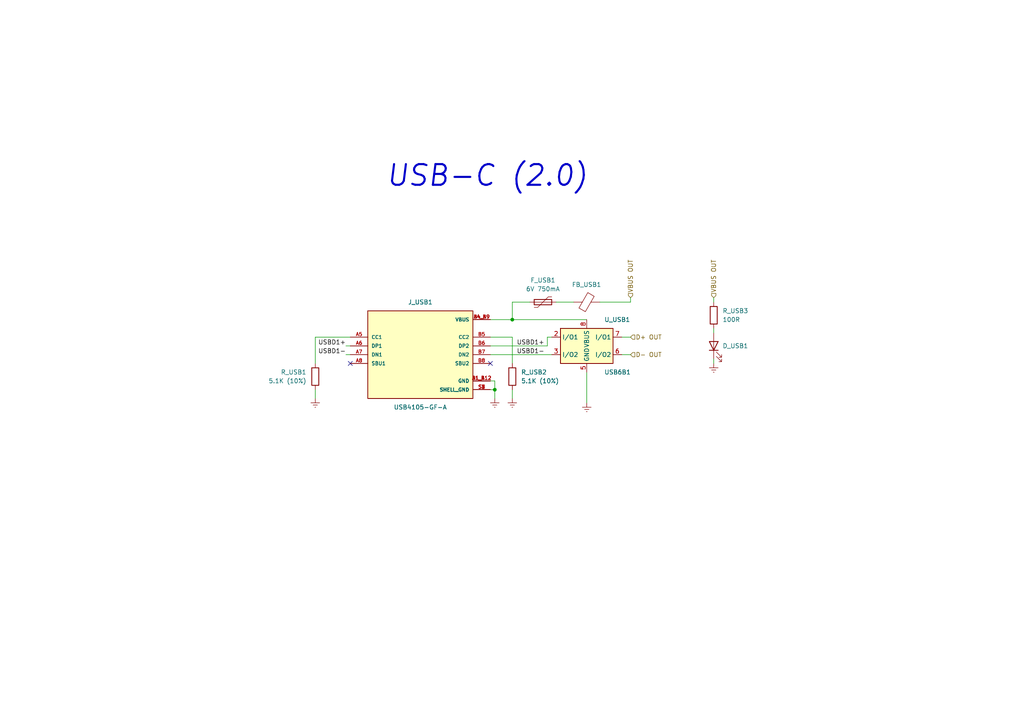
<source format=kicad_sch>
(kicad_sch (version 20211123) (generator eeschema)
  (paper "A4")
  (title_block (title "E-TKT") (date "2022-07-21") (rev "3") (company "Andrei Speridiao"))
  (lib_symbols
    (symbol "Device:FerriteBead" (pin_numbers hide) (pin_names (offset 0))
      (property "Reference" "FB" (at -3.81 0.635 90))
      (property "Value" "FerriteBead" (at 3.81 0 90))
      (symbol "FerriteBead_0_1"
        (polyline (pts (xy 0 -1.27) (xy 0 -1.2192)))
        (polyline (pts (xy 0 1.27) (xy 0 1.2954)))
        (polyline (pts (xy -2.7686 0.4064) (xy -1.7018 2.2606) (xy 2.7686 -0.3048) (xy 1.6764 -2.159) (xy -2.7686 0.4064)))
      )
      (symbol "FerriteBead_1_1"
        (pin passive line (at 0 3.81 270) (length 2.54) (name "~") (number "1"))
        (pin passive line (at 0 -3.81 90) (length 2.54) (name "~") (number "2"))
      )
    )
    (symbol "Device:LED" (pin_numbers hide) (pin_names (offset 1.016) hide)
      (property "Reference" "D" (at 0 2.54 0))
      (property "Value" "LED" (at 0 -2.54 0))
      (symbol "LED_0_1"
        (polyline (pts (xy -1.27 -1.27) (xy -1.27 1.27)) (stroke (width 0.254)))
        (polyline (pts (xy -1.27 0) (xy 1.27 0)))
        (polyline (pts (xy 1.27 -1.27) (xy 1.27 1.27) (xy -1.27 0) (xy 1.27 -1.27)) (stroke (width 0.254)))
        (polyline (pts (xy -3.048 -0.762) (xy -4.572 -2.286) (xy -3.81 -2.286) (xy -4.572 -2.286) (xy -4.572 -1.524)))
        (polyline (pts (xy -1.778 -0.762) (xy -3.302 -2.286) (xy -2.54 -2.286) (xy -3.302 -2.286) (xy -3.302 -1.524)))
      )
      (symbol "LED_1_1"
        (pin passive line (at -3.81 0 0) (length 2.54) (name "K") (number "1"))
        (pin passive line (at 3.81 0 180) (length 2.54) (name "A") (number "2"))
      )
    )
    (symbol "Device:Polyfuse" (pin_numbers hide) (pin_names (offset 0))
      (property "Reference" "F" (at -2.54 0 90))
      (property "Value" "Polyfuse" (at 2.54 0 90))
      (symbol "Polyfuse_0_1"
        (rectangle (start -0.762 2.54) (end 0.762 -2.54) (stroke (width 0.254)))
        (polyline (pts (xy 0 2.54) (xy 0 -2.54)))
        (polyline (pts (xy -1.524 2.54) (xy -1.524 1.524) (xy 1.524 -1.524) (xy 1.524 -2.54)))
      )
      (symbol "Polyfuse_1_1"
        (pin passive line (at 0 3.81 270) (length 1.27) (name "~") (number "1"))
        (pin passive line (at 0 -3.81 90) (length 1.27) (name "~") (number "2"))
      )
    )
    (symbol "Device:R" (pin_numbers hide) (pin_names (offset 0))
      (property "Reference" "R" (at 2.032 0 90))
      (property "Value" "R" (at 0 0 90))
      (symbol "R_0_1"
        (rectangle (start -1.016 -2.54) (end 1.016 2.54) (stroke (width 0.254)))
      )
      (symbol "R_1_1"
        (pin passive line (at 0 3.81 270) (length 1.27) (name "~") (number "1"))
        (pin passive line (at 0 -3.81 90) (length 1.27) (name "~") (number "2"))
      )
    )
    (symbol "Power_Protection:USB6B1"
      (property "Reference" "U" (at 6.35 6.35 0))
      (property "Value" "USB6B1" (at 5.08 -6.35 0))
      (symbol "USB6B1_0_1"
        (rectangle (start -7.62 -5.08) (end 7.62 5.08) (stroke (width 0.254)) (fill (type background)))
      )
      (symbol "USB6B1_1_1"
        (pin passive line (at 0 7.62 270) (length 2.54) hide (name "VBUS") (number "1"))
        (pin passive line (at -10.16 2.54 0) (length 2.54) (name "I/O1") (number "2"))
        (pin passive line (at -10.16 -2.54 0) (length 2.54) (name "I/O2") (number "3"))
        (pin passive line (at 0 -7.62 90) (length 2.54) hide (name "GND") (number "4"))
        (pin passive line (at 0 -7.62 90) (length 2.54) (name "GND") (number "5"))
        (pin passive line (at 10.16 -2.54 180) (length 2.54) (name "I/O2") (number "6"))
        (pin passive line (at 10.16 2.54 180) (length 2.54) (name "I/O1") (number "7"))
        (pin passive line (at 0 7.62 270) (length 2.54) (name "VBUS") (number "8"))
      )
    )
    (symbol "USB4105-GF-A:USB4105-GF-A" (pin_names (offset 1.016))
      (property "Reference" "J" (at -15.24 13.97 0))
      (property "Value" "USB4105-GF-A" (at -15.24 -15.24 0))
      (symbol "USB4105-GF-A_0_0"
        (rectangle (start -15.24 -12.7) (end 15.24 12.7) (stroke (width 0.254)) (fill (type background)))
        (pin power_in line (at 20.32 -7.62 180) (length 5.08) (name "GND") (number "A1_B12"))
        (pin power_in line (at 20.32 10.16 180) (length 5.08) (name "VBUS") (number "A4_B9"))
        (pin bidirectional line (at -20.32 5.08 0) (length 5.08) (name "CC1") (number "A5"))
        (pin bidirectional line (at -20.32 2.54 0) (length 5.08) (name "DP1") (number "A6"))
        (pin bidirectional line (at -20.32 0 0) (length 5.08) (name "DN1") (number "A7"))
        (pin bidirectional line (at -20.32 -2.54 0) (length 5.08) (name "SBU1") (number "A8"))
        (pin power_in line (at 20.32 -7.62 180) (length 5.08) (name "GND") (number "B1_A12"))
        (pin power_in line (at 20.32 10.16 180) (length 5.08) (name "VBUS") (number "B4_A9"))
        (pin bidirectional line (at 20.32 5.08 180) (length 5.08) (name "CC2") (number "B5"))
        (pin bidirectional line (at 20.32 2.54 180) (length 5.08) (name "DP2") (number "B6"))
        (pin bidirectional line (at 20.32 0 180) (length 5.08) (name "DN2") (number "B7"))
        (pin bidirectional line (at 20.32 -2.54 180) (length 5.08) (name "SBU2") (number "B8"))
        (pin power_in line (at 20.32 -10.16 180) (length 5.08) (name "SHELL_GND") (number "S1"))
        (pin power_in line (at 20.32 -10.16 180) (length 5.08) (name "SHELL_GND") (number "S2"))
        (pin power_in line (at 20.32 -10.16 180) (length 5.08) (name "SHELL_GND") (number "S3"))
        (pin power_in line (at 20.32 -10.16 180) (length 5.08) (name "SHELL_GND") (number "S4"))
      )
    )
    (symbol "power:GNDREF" (power) (pin_names (offset 0))
      (property "Value" "GNDREF" (at 0 -3.81 0))
      (symbol "GNDREF_0_1"
        (polyline (pts (xy -0.635 -1.905) (xy 0.635 -1.905)))
        (polyline (pts (xy -0.127 -2.54) (xy 0.127 -2.54)))
        (polyline (pts (xy 0 -1.27) (xy 0 0)))
        (polyline (pts (xy 1.27 -1.27) (xy -1.27 -1.27)))
      )
      (symbol "GNDREF_1_1"
        (pin power_in line (at 0 0 270) (length 0) hide (name "GNDREF") (number "1"))
      )
    )
  )
  (junction (at 143.51 113.03))
  (junction (at 148.59 92.71))
  (no_connect (at 142.24 105.41))
  (no_connect (at 101.6 105.41))
  (wire (pts (xy 170.18 107.95) (xy 170.18 116.84)))
  (wire (pts (xy 182.88 97.79) (xy 180.34 97.79)))
  (wire (pts (xy 148.59 87.63) (xy 153.67 87.63)))
  (wire (pts (xy 142.24 100.33) (xy 158.75 100.33)))
  (wire (pts (xy 207.01 104.14) (xy 207.01 105.41)))
  (wire (pts (xy 143.51 113.03) (xy 142.24 113.03)))
  (wire (pts (xy 143.51 110.49) (xy 142.24 110.49)))
  (wire (pts (xy 91.44 97.79) (xy 91.44 105.41)))
  (wire (pts (xy 148.59 97.79) (xy 148.59 105.41)))
  (wire (pts (xy 148.59 87.63) (xy 148.59 92.71)))
  (wire (pts (xy 148.59 92.71) (xy 170.18 92.71)))
  (wire (pts (xy 148.59 92.71) (xy 142.24 92.71)))
  (wire (pts (xy 148.59 97.79) (xy 142.24 97.79)))
  (wire (pts (xy 91.44 97.79) (xy 101.6 97.79)))
  (wire (pts (xy 161.29 87.63) (xy 166.37 87.63)))
  (wire (pts (xy 142.24 102.87) (xy 160.02 102.87)))
  (wire (pts (xy 91.44 113.03) (xy 91.44 115.57)))
  (wire (pts (xy 207.01 86.36) (xy 207.01 87.63)))
  (wire (pts (xy 173.99 87.63) (xy 182.88 87.63)))
  (wire (pts (xy 158.75 97.79) (xy 160.02 97.79)))
  (wire (pts (xy 182.88 102.87) (xy 180.34 102.87)))
  (wire (pts (xy 207.01 95.25) (xy 207.01 96.52)))
  (wire (pts (xy 100.33 102.87) (xy 101.6 102.87)))
  (wire (pts (xy 148.59 113.03) (xy 148.59 115.57)))
  (wire (pts (xy 182.88 86.36) (xy 182.88 87.63)))
  (wire (pts (xy 143.51 113.03) (xy 143.51 115.57)))
  (wire (pts (xy 143.51 110.49) (xy 143.51 113.03)))
  (wire (pts (xy 100.33 100.33) (xy 101.6 100.33)))
  (wire (pts (xy 158.75 97.79) (xy 158.75 100.33)))
  (text "USB-C (2.0)" (at 111.76 54.61 0) (effects (font (size 6 6) (thickness 0.6) bold italic) (justify left bottom)))
  (label "USBD1-" (at 149.86 102.87 0))
  (label "USBD1+" (at 149.86 100.33 0))
  (label "USBD1+" (at 100.33 100.33 180))
  (label "USBD1-" (at 100.33 102.87 180))
  (hierarchical_label "D- OUT" (shape input) (at 182.88 102.87 0))
  (hierarchical_label "VBUS OUT" (shape input) (at 182.88 86.36 90))
  (hierarchical_label "VBUS OUT" (shape input) (at 207.01 86.36 90))
  (hierarchical_label "D+ OUT" (shape input) (at 182.88 97.79 0))
  (symbol (lib_id "Device:R") (at 148.59 109.22 180) (unit 1)
    (property "Reference" "R_USB2" (at 151.13 107.95 0) (effects (justify right)))
    (property "Value" "5.1K (10%)" (at 151.13 110.49 0) (effects (justify right)))
    (property "Footprint" "Resistor_SMD:R_0603_1608Metric_Pad0.98x0.95mm_HandSolder" (effects hide))
    (property "Datasheet" "https://br.mouser.com/datasheet/2/54/cr-1858361.pdf" (effects hide))
    (property "#" "CR0603-FX-5101ELF" (effects hide))
    (property "Description" "USB-C config resistor" (effects hide))
    (property "Group" "USB-C" (effects hide))
    (property "Obs" "wes" (effects hide))
    (property "Mouser" "OK" (effects hide))
  )
  (symbol (lib_id "Device:FerriteBead") (at 170.18 87.63 90) (unit 1)
    (property "Reference" "FB_USB1" (at 170.1292 82.55 90))
    (property "Value" "40 Ohms @ 100 MHz 1 Power" (effects hide))
    (property "Footprint" "Inductor_SMD:L_0805_2012Metric_Pad1.05x1.20mm_HandSolder" (effects hide))
    (property "Datasheet" "https://br.mouser.com/datasheet/2/54/mh-777565.pdf" (effects hide))
    (property "#" "MH2029-400Y" (effects hide))
    (property "Description" "Ferrite bead" (effects hide))
    (property "Group" "USB-C" (effects hide))
    (property "Mouser" "OK" (effects hide))
  )
  (symbol (lib_id "Device:LED") (at 207.01 100.33 90) (unit 1)
    (property "Reference" "D_USB1" (at 209.55 100.33 90) (effects (justify right)))
    (property "Value" "LED white" (effects hide))
    (property "Footprint" "LED_SMD:LED_0603_1608Metric_Pad1.05x0.95mm_HandSolder" (effects hide))
    (property "Datasheet" "https://br.mouser.com/datasheet/2/348/smld12-e-1874545.pdf" (effects hide))
    (property "#" "SMLD12WBN1W1" (effects hide))
    (property "Description" "USB-C power LED" (effects hide))
    (property "Group" "USB-C" (effects hide))
    (property "Mouser" "OK" (effects hide))
  )
  (symbol (lib_id "power:GNDREF") (at 207.01 105.41 0) (unit 1)
    (property "Reference" "#PWR0155" (effects hide))
    (property "Value" "GNDREF" (effects hide))
  )
  (symbol (lib_id "power:GNDREF") (at 148.59 115.57 0) (unit 1)
    (property "Reference" "#PWR0161" (effects hide))
    (property "Value" "GNDREF" (effects hide))
  )
  (symbol (lib_id "Device:Polyfuse") (at 157.48 87.63 90) (unit 1)
    (property "Reference" "F_USB1" (at 157.48 81.28 90))
    (property "Value" "6V 750mA" (at 157.48 83.82 90))
    (property "Footprint" "Fuse:Fuse_0805_2012Metric_Pad1.15x1.40mm_HandSolder" (effects hide))
    (property "Datasheet" "https://br.mouser.com/datasheet/2/643/ds_CP_0zck_series-1664145.pdf" (effects hide))
    (property "#" "0ZCK0075FF2E" (effects hide))
    (property "Description" "USB-C Polyfuse" (effects hide))
    (property "Group" "USB-C" (effects hide))
    (property "Mouser" "OK" (effects hide))
  )
  (symbol (lib_id "power:GNDREF") (at 143.51 115.57 0) (unit 1)
    (property "Reference" "#PWR0162" (effects hide))
    (property "Value" "GNDREF" (effects hide))
  )
  (symbol (lib_id "power:GNDREF") (at 170.18 116.84 0) (unit 1)
    (property "Reference" "#PWR0120" (effects hide))
    (property "Value" "GNDREF" (effects hide))
  )
  (symbol (lib_id "USB4105-GF-A:USB4105-GF-A") (at 121.92 102.87 0) (unit 1)
    (property "Reference" "J_USB1" (at 121.92 87.63 0))
    (property "Value" "USB4105-GF-A" (at 121.92 118.11 0))
    (property "Footprint" "SnapEDA Library:GCT_USB4105-GF-A" (effects hide))
    (property "Datasheet" "https://br.mouser.com/datasheet/2/837/USB4105-2888174.pdf" (effects hide))
    (property "#" "USB4105-GF-A" (effects hide))
    (property "Description" "USB-C port" (effects hide))
    (property "Group" "USB-C" (effects hide))
    (property "Mouser" "OK" (effects hide))
  )
  (symbol (lib_id "power:GNDREF") (at 91.44 115.57 0) (unit 1)
    (property "Reference" "#PWR0163" (effects hide))
    (property "Value" "GNDREF" (effects hide))
  )
  (symbol (lib_id "Device:R") (at 207.01 91.44 180) (unit 1)
    (property "Reference" "R_USB3" (at 209.55 90.17 0) (effects (justify right)))
    (property "Value" "100R" (at 209.55 92.71 0) (effects (justify right)))
    (property "Footprint" "Resistor_SMD:R_0603_1608Metric_Pad0.98x0.95mm_HandSolder" (effects hide))
    (property "Datasheet" "https://br.mouser.com/datasheet/2/54/chp_a-1858677.pdf" (effects hide))
    (property "#" "CHP0603AFX-1000ELF" (effects hide))
    (property "Description" "USB-C power LED resistor" (effects hide))
    (property "Group" "USB-C" (effects hide))
    (property "Obs" "wes" (effects hide))
    (property "Mouser" "OK" (effects hide))
  )
  (symbol (lib_id "Power_Protection:USB6B1") (at 170.18 100.33 0) (unit 1)
    (property "Reference" "U_USB1" (at 175.26 92.71 0) (effects (justify left)))
    (property "Value" "USB6B1" (at 175.26 107.95 0) (effects (justify left)))
    (property "Footprint" "Package_SO:SOIC-8_3.9x4.9mm_P1.27mm" (effects hide))
    (property "Datasheet" "https://br.mouser.com/datasheet/2/389/usb6b1-1852617.pdf" (effects hide))
    (property "#" "USB6B1RL" (effects hide))
    (property "Description" "USB-C TVS diode" (effects hide))
    (property "Group" "USB-C" (effects hide))
    (property "Mouser" "OK" (effects hide))
  )
  (symbol (lib_id "Device:R") (at 91.44 109.22 180) (unit 1)
    (property "Reference" "R_USB1" (at 88.9 107.95 0) (effects (justify left)))
    (property "Value" "5.1K (10%)" (at 88.9 110.49 0) (effects (justify left)))
    (property "Footprint" "Resistor_SMD:R_0603_1608Metric_Pad0.98x0.95mm_HandSolder" (effects hide))
    (property "Datasheet" "https://br.mouser.com/datasheet/2/54/cr-1858361.pdf" (effects hide))
    (property "#" "CR0603-FX-5101ELF" (effects hide))
    (property "Description" "USB-C config resistor" (effects hide))
    (property "Group" "USB-C" (effects hide))
    (property "Obs" "wes" (effects hide))
    (property "Mouser" "OK" (effects hide))
  )
)
</source>
